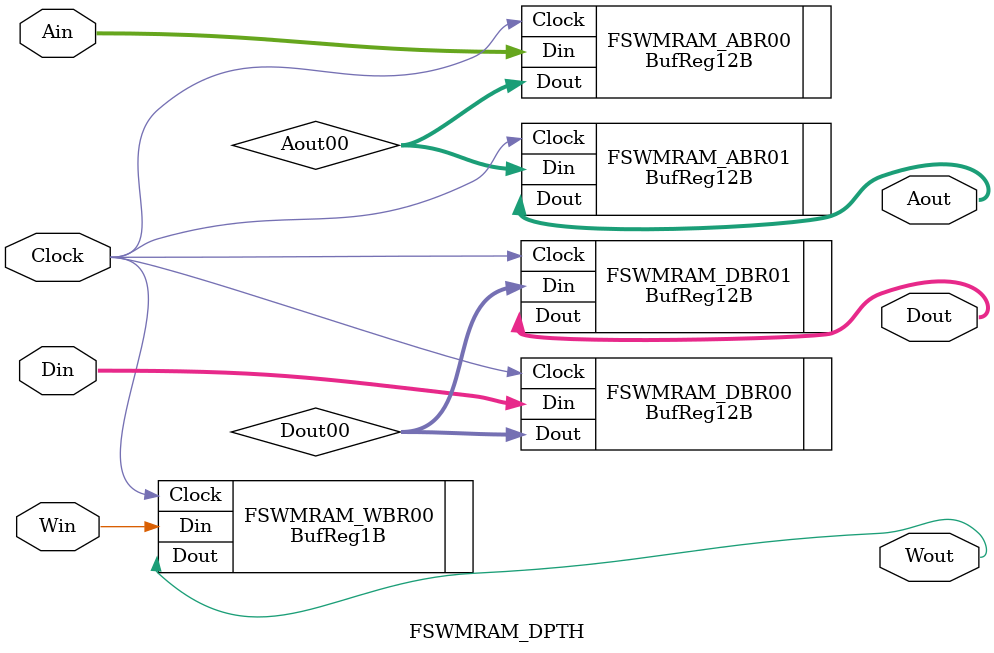
<source format=v>
`timescale	1ns/1ps

module	FSWMRAM_DPTH(Dout, Aout, Wout, Win, Ain, Din, Clock)	;

output	[11:0]	Dout, Aout	;
wire	[11:0]	Dout, Aout	;

output	Wout	;
wire	Wout	;

input	[11:0]	Ain, Din	;
wire	[11:0]	Ain, Din	;

input	Win	;
wire	Win	;


input	Clock	;
wire	Clock	;


wire	[11:0]	Aout00, Dout00	;


BufReg1B				FSWMRAM_WBR00(.Dout(Wout), .Din(Win), .Clock(Clock))	;

BufReg12B			FSWMRAM_ABR00(.Dout(Aout00), .Din(Ain), .Clock(Clock))	;
BufReg12B			FSWMRAM_ABR01(.Dout(Aout), .Din(Aout00), .Clock(Clock))	;


BufReg12B			FSWMRAM_DBR00(.Dout(Dout00), .Din(Din), .Clock(Clock))	;
BufReg12B			FSWMRAM_DBR01(.Dout(Dout), .Din(Dout00), .Clock(Clock))	;


endmodule


</source>
